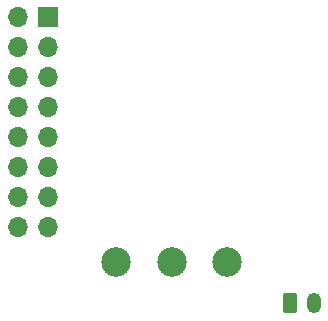
<source format=gbr>
%TF.GenerationSoftware,KiCad,Pcbnew,(6.0.4-0)*%
%TF.CreationDate,2024-03-24T21:38:25+02:00*%
%TF.ProjectId,Project_PCB_v1,50726f6a-6563-4745-9f50-43425f76312e,rev?*%
%TF.SameCoordinates,Original*%
%TF.FileFunction,Soldermask,Bot*%
%TF.FilePolarity,Negative*%
%FSLAX46Y46*%
G04 Gerber Fmt 4.6, Leading zero omitted, Abs format (unit mm)*
G04 Created by KiCad (PCBNEW (6.0.4-0)) date 2024-03-24 21:38:25*
%MOMM*%
%LPD*%
G01*
G04 APERTURE LIST*
G04 Aperture macros list*
%AMRoundRect*
0 Rectangle with rounded corners*
0 $1 Rounding radius*
0 $2 $3 $4 $5 $6 $7 $8 $9 X,Y pos of 4 corners*
0 Add a 4 corners polygon primitive as box body*
4,1,4,$2,$3,$4,$5,$6,$7,$8,$9,$2,$3,0*
0 Add four circle primitives for the rounded corners*
1,1,$1+$1,$2,$3*
1,1,$1+$1,$4,$5*
1,1,$1+$1,$6,$7*
1,1,$1+$1,$8,$9*
0 Add four rect primitives between the rounded corners*
20,1,$1+$1,$2,$3,$4,$5,0*
20,1,$1+$1,$4,$5,$6,$7,0*
20,1,$1+$1,$6,$7,$8,$9,0*
20,1,$1+$1,$8,$9,$2,$3,0*%
G04 Aperture macros list end*
%ADD10R,1.700000X1.700000*%
%ADD11O,1.700000X1.700000*%
%ADD12RoundRect,0.250000X-0.350000X-0.625000X0.350000X-0.625000X0.350000X0.625000X-0.350000X0.625000X0*%
%ADD13O,1.200000X1.750000*%
%ADD14C,2.500000*%
G04 APERTURE END LIST*
D10*
%TO.C,PinCon1*%
X93500000Y-74250000D03*
D11*
X90960000Y-74250000D03*
X93500000Y-76790000D03*
X90960000Y-76790000D03*
X93500000Y-79330000D03*
X90960000Y-79330000D03*
X93500000Y-81870000D03*
X90960000Y-81870000D03*
X93500000Y-84410000D03*
X90960000Y-84410000D03*
X93500000Y-86950000D03*
X90960000Y-86950000D03*
X93500000Y-89490000D03*
X90960000Y-89490000D03*
X93500000Y-92030000D03*
X90960000Y-92030000D03*
%TD*%
D12*
%TO.C,J2*%
X114000000Y-98450000D03*
D13*
X116000000Y-98450000D03*
%TD*%
D14*
%TO.C,S1*%
X108700025Y-95000000D03*
X104000000Y-95000000D03*
X99299975Y-95000000D03*
%TD*%
M02*

</source>
